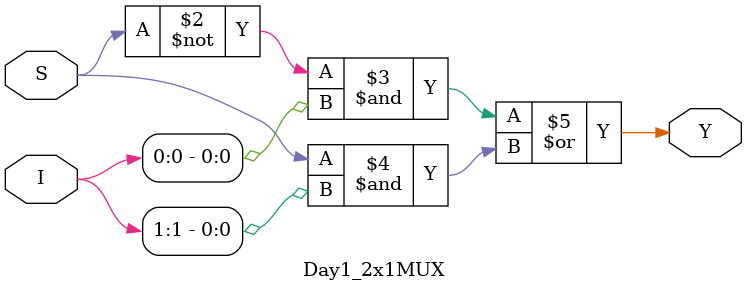
<source format=v>
`timescale 1ns / 1ps

//Verilog design of 2x1 mux with inputs I[0],I[1], S & output Y

//////////////////////////////////////////////////////////////////////////////////



module Day1_2x1MUX(
    input wire [1:0]I,
    input wire S,
    output reg Y
    );
    
    always@(I or S)
    begin
    
    Y= (~S&I[0])|(S&I[1]);
    
    end
    
endmodule

</source>
